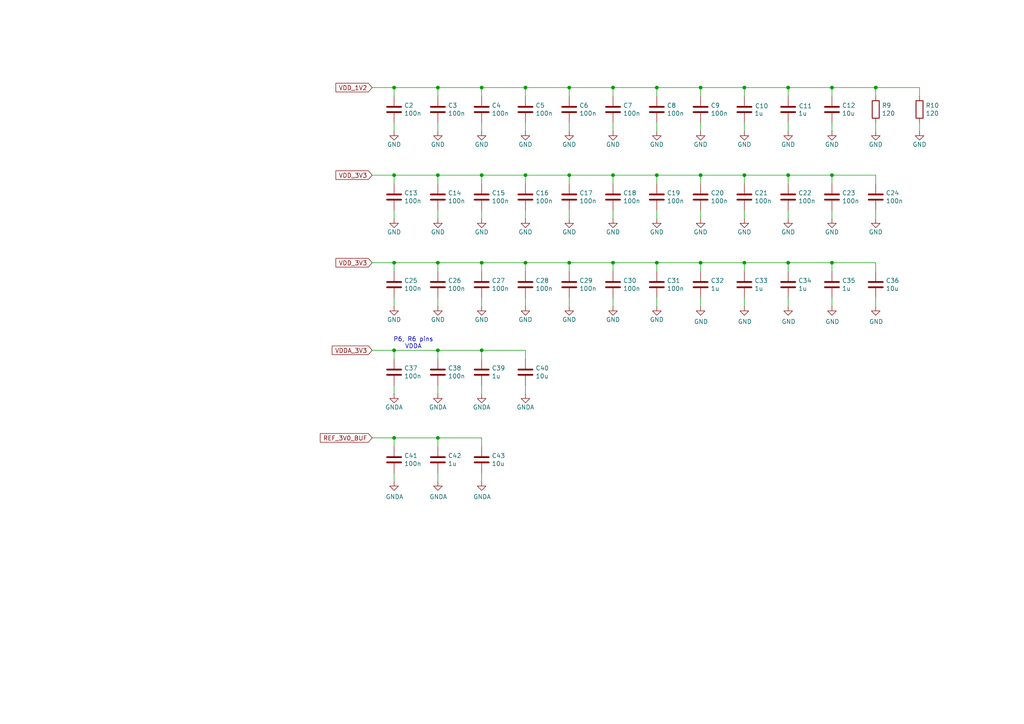
<source format=kicad_sch>
(kicad_sch (version 20231120) (generator "eeschema") (generator_version "8.0")
  (paper "A4")
  (title_block (title "Open MOtor DRiver Initiative  - Single Axis (OMODRI_SA)") (date "2024-03-20") (rev "1.0") (company "LAAS/CNRS"))
  (junction (at 165.1 25.4))
  (junction (at 228.6 50.8))
  (junction (at 228.6 76.2))
  (junction (at 139.7 76.2))
  (junction (at 254 25.4))
  (junction (at 215.9 25.4))
  (junction (at 139.7 50.8))
  (junction (at 114.3 101.6))
  (junction (at 190.5 25.4))
  (junction (at 165.1 50.8))
  (junction (at 241.3 50.8))
  (junction (at 241.3 76.2))
  (junction (at 114.3 127))
  (junction (at 139.7 101.6))
  (junction (at 203.2 76.2))
  (junction (at 114.3 50.8))
  (junction (at 114.3 25.4))
  (junction (at 152.4 25.4))
  (junction (at 241.3 25.4))
  (junction (at 152.4 50.8))
  (junction (at 177.8 50.8))
  (junction (at 203.2 50.8))
  (junction (at 165.1 76.2))
  (junction (at 152.4 76.2))
  (junction (at 215.9 76.2))
  (junction (at 177.8 25.4))
  (junction (at 127 50.8))
  (junction (at 203.2 25.4))
  (junction (at 190.5 50.8))
  (junction (at 190.5 76.2))
  (junction (at 114.3 76.2))
  (junction (at 215.9 50.8))
  (junction (at 127 76.2))
  (junction (at 127 25.4))
  (junction (at 139.7 25.4))
  (junction (at 177.8 76.2))
  (junction (at 127 127))
  (junction (at 228.6 25.4))
  (junction (at 127 101.6))
  (wire (pts (xy 215.9 25.4) (xy 215.9 27.94)))
  (wire (pts (xy 228.6 25.4) (xy 241.3 25.4)))
  (wire (pts (xy 127 104.14) (xy 127 101.6)))
  (wire (pts (xy 165.1 25.4) (xy 177.8 25.4)))
  (wire (pts (xy 177.8 63.5) (xy 177.8 60.96)))
  (wire (pts (xy 241.3 35.56) (xy 241.3 38.1)))
  (wire (pts (xy 215.9 63.5) (xy 215.9 60.96)))
  (wire (pts (xy 241.3 63.5) (xy 241.3 60.96)))
  (wire (pts (xy 139.7 76.2) (xy 139.7 78.74)))
  (wire (pts (xy 203.2 25.4) (xy 203.2 27.94)))
  (wire (pts (xy 228.6 76.2) (xy 228.6 78.74)))
  (wire (pts (xy 127 137.16) (xy 127 139.7)))
  (wire (pts (xy 114.3 104.14) (xy 114.3 101.6)))
  (wire (pts (xy 241.3 50.8) (xy 241.3 53.34)))
  (wire (pts (xy 254 27.94) (xy 254 25.4)))
  (wire (pts (xy 139.7 88.9) (xy 139.7 86.36)))
  (wire (pts (xy 152.4 88.9) (xy 152.4 86.36)))
  (wire (pts (xy 152.4 63.5) (xy 152.4 60.96)))
  (wire (pts (xy 139.7 101.6) (xy 152.4 101.6)))
  (wire (pts (xy 203.2 50.8) (xy 215.9 50.8)))
  (wire (pts (xy 165.1 76.2) (xy 165.1 78.74)))
  (wire (pts (xy 190.5 25.4) (xy 190.5 27.94)))
  (wire (pts (xy 165.1 25.4) (xy 165.1 27.94)))
  (wire (pts (xy 215.9 76.2) (xy 215.9 78.74)))
  (wire (pts (xy 254 63.5) (xy 254 60.96)))
  (wire (pts (xy 203.2 86.36) (xy 203.2 88.9)))
  (wire (pts (xy 114.3 76.2) (xy 114.3 78.74)))
  (wire (pts (xy 177.8 27.94) (xy 177.8 25.4)))
  (wire (pts (xy 139.7 111.76) (xy 139.7 114.3)))
  (wire (pts (xy 190.5 63.5) (xy 190.5 60.96)))
  (wire (pts (xy 228.6 86.36) (xy 228.6 88.9)))
  (wire (pts (xy 127 76.2) (xy 139.7 76.2)))
  (wire (pts (xy 241.3 76.2) (xy 254 76.2)))
  (wire (pts (xy 114.3 88.9) (xy 114.3 86.36)))
  (wire (pts (xy 165.1 50.8) (xy 177.8 50.8)))
  (wire (pts (xy 215.9 50.8) (xy 228.6 50.8)))
  (wire (pts (xy 203.2 63.5) (xy 203.2 60.96)))
  (wire (pts (xy 190.5 76.2) (xy 190.5 78.74)))
  (wire (pts (xy 114.3 25.4) (xy 107.95 25.4)))
  (wire (pts (xy 215.9 86.36) (xy 215.9 88.9)))
  (wire (pts (xy 127 127) (xy 127 129.54)))
  (wire (pts (xy 165.1 88.9) (xy 165.1 86.36)))
  (wire (pts (xy 139.7 50.8) (xy 152.4 50.8)))
  (wire (pts (xy 241.3 27.94) (xy 241.3 25.4)))
  (wire (pts (xy 127 127) (xy 139.7 127)))
  (wire (pts (xy 127 63.5) (xy 127 60.96)))
  (wire (pts (xy 190.5 25.4) (xy 203.2 25.4)))
  (wire (pts (xy 228.6 50.8) (xy 228.6 53.34)))
  (wire (pts (xy 127 88.9) (xy 127 86.36)))
  (wire (pts (xy 228.6 50.8) (xy 241.3 50.8)))
  (wire (pts (xy 215.9 76.2) (xy 228.6 76.2)))
  (wire (pts (xy 254 86.36) (xy 254 88.9)))
  (wire (pts (xy 241.3 25.4) (xy 254 25.4)))
  (wire (pts (xy 127 101.6) (xy 139.7 101.6)))
  (wire (pts (xy 215.9 25.4) (xy 228.6 25.4)))
  (wire (pts (xy 114.3 127) (xy 127 127)))
  (wire (pts (xy 152.4 38.1) (xy 152.4 35.56)))
  (wire (pts (xy 114.3 127) (xy 114.3 129.54)))
  (wire (pts (xy 139.7 76.2) (xy 152.4 76.2)))
  (wire (pts (xy 114.3 27.94) (xy 114.3 25.4)))
  (wire (pts (xy 127 38.1) (xy 127 35.56)))
  (wire (pts (xy 165.1 76.2) (xy 177.8 76.2)))
  (wire (pts (xy 139.7 63.5) (xy 139.7 60.96)))
  (wire (pts (xy 177.8 76.2) (xy 177.8 78.74)))
  (wire (pts (xy 241.3 86.36) (xy 241.3 88.9)))
  (wire (pts (xy 165.1 63.5) (xy 165.1 60.96)))
  (wire (pts (xy 203.2 76.2) (xy 215.9 76.2)))
  (wire (pts (xy 241.3 50.8) (xy 254 50.8)))
  (wire (pts (xy 228.6 35.56) (xy 228.6 38.1)))
  (wire (pts (xy 215.9 35.56) (xy 215.9 38.1)))
  (wire (pts (xy 177.8 38.1) (xy 177.8 35.56)))
  (wire (pts (xy 190.5 38.1) (xy 190.5 35.56)))
  (wire (pts (xy 254 76.2) (xy 254 78.74)))
  (wire (pts (xy 127 76.2) (xy 127 78.74)))
  (wire (pts (xy 190.5 50.8) (xy 190.5 53.34)))
  (wire (pts (xy 228.6 25.4) (xy 228.6 27.94)))
  (wire (pts (xy 139.7 25.4) (xy 139.7 27.94)))
  (wire (pts (xy 127 50.8) (xy 127 53.34)))
  (wire (pts (xy 177.8 76.2) (xy 190.5 76.2)))
  (wire (pts (xy 254 38.1) (xy 254 35.56)))
  (wire (pts (xy 114.3 53.34) (xy 114.3 50.8)))
  (wire (pts (xy 203.2 53.34) (xy 203.2 50.8)))
  (wire (pts (xy 107.95 101.6) (xy 114.3 101.6)))
  (wire (pts (xy 127 50.8) (xy 139.7 50.8)))
  (wire (pts (xy 114.3 101.6) (xy 127 101.6)))
  (wire (pts (xy 114.3 137.16) (xy 114.3 139.7)))
  (wire (pts (xy 107.95 76.2) (xy 114.3 76.2)))
  (wire (pts (xy 215.9 50.8) (xy 215.9 53.34)))
  (wire (pts (xy 266.7 25.4) (xy 254 25.4)))
  (wire (pts (xy 203.2 38.1) (xy 203.2 35.56)))
  (wire (pts (xy 177.8 88.9) (xy 177.8 86.36)))
  (wire (pts (xy 152.4 25.4) (xy 165.1 25.4)))
  (wire (pts (xy 228.6 76.2) (xy 241.3 76.2)))
  (wire (pts (xy 139.7 25.4) (xy 152.4 25.4)))
  (wire (pts (xy 190.5 88.9) (xy 190.5 86.36)))
  (wire (pts (xy 127 25.4) (xy 127 27.94)))
  (wire (pts (xy 107.95 127) (xy 114.3 127)))
  (wire (pts (xy 139.7 38.1) (xy 139.7 35.56)))
  (wire (pts (xy 139.7 101.6) (xy 139.7 104.14)))
  (wire (pts (xy 152.4 76.2) (xy 165.1 76.2)))
  (wire (pts (xy 266.7 27.94) (xy 266.7 25.4)))
  (wire (pts (xy 114.3 50.8) (xy 107.95 50.8)))
  (wire (pts (xy 190.5 50.8) (xy 203.2 50.8)))
  (wire (pts (xy 114.3 50.8) (xy 127 50.8)))
  (wire (pts (xy 114.3 76.2) (xy 127 76.2)))
  (wire (pts (xy 114.3 38.1) (xy 114.3 35.56)))
  (wire (pts (xy 114.3 63.5) (xy 114.3 60.96)))
  (wire (pts (xy 152.4 50.8) (xy 152.4 53.34)))
  (wire (pts (xy 127 25.4) (xy 139.7 25.4)))
  (wire (pts (xy 190.5 76.2) (xy 203.2 76.2)))
  (wire (pts (xy 241.3 76.2) (xy 241.3 78.74)))
  (wire (pts (xy 152.4 25.4) (xy 152.4 27.94)))
  (wire (pts (xy 139.7 137.16) (xy 139.7 139.7)))
  (wire (pts (xy 127 114.3) (xy 127 111.76)))
  (wire (pts (xy 152.4 76.2) (xy 152.4 78.74)))
  (wire (pts (xy 165.1 38.1) (xy 165.1 35.56)))
  (wire (pts (xy 266.7 38.1) (xy 266.7 35.56)))
  (wire (pts (xy 152.4 50.8) (xy 165.1 50.8)))
  (wire (pts (xy 114.3 114.3) (xy 114.3 111.76)))
  (wire (pts (xy 177.8 25.4) (xy 190.5 25.4)))
  (wire (pts (xy 139.7 127) (xy 139.7 129.54)))
  (wire (pts (xy 152.4 101.6) (xy 152.4 104.14)))
  (wire (pts (xy 165.1 50.8) (xy 165.1 53.34)))
  (wire (pts (xy 254 50.8) (xy 254 53.34)))
  (wire (pts (xy 152.4 111.76) (xy 152.4 114.3)))
  (wire (pts (xy 203.2 76.2) (xy 203.2 78.74)))
  (wire (pts (xy 177.8 50.8) (xy 177.8 53.34)))
  (wire (pts (xy 177.8 50.8) (xy 190.5 50.8)))
  (wire (pts (xy 139.7 50.8) (xy 139.7 53.34)))
  (wire (pts (xy 203.2 25.4) (xy 215.9 25.4)))
  (wire (pts (xy 228.6 63.5) (xy 228.6 60.96)))
  (wire (pts (xy 114.3 25.4) (xy 127 25.4)))
  (text "P6, R6 pins\nVDDA" (at 119.888 99.568 0) (effects (font (size 1.27 1.27))))
  (global_label "VDD_3V3" (shape input) (at 107.95 76.2 180) (property "Intersheetrefs" "${INTERSHEET_REFS}" (effects (hide yes))) (property "Références Inter-Feuilles" "${INTERSHEET_REFS}" (effects (hide yes))))
  (global_label "VDD_1V2" (shape input) (at 107.95 25.4 180) (property "Intersheetrefs" "${INTERSHEET_REFS}" (effects (hide yes))) (property "Références Inter-Feuilles" "${INTERSHEET_REFS}" (effects (hide yes))))
  (global_label "REF_3V0_BUF" (shape input) (at 107.95 127 180) (property "Intersheetrefs" "${INTERSHEET_REFS}" (effects (hide yes))) (property "Références Inter-Feuilles" "${INTERSHEET_REFS}" (effects (hide yes))))
  (global_label "VDD_3V3" (shape input) (at 107.95 50.8 180) (property "Intersheetrefs" "${INTERSHEET_REFS}" (effects (hide yes))) (property "Références Inter-Feuilles" "${INTERSHEET_REFS}" (effects (hide yes))))
  (global_label "VDDA_3V3" (shape input) (at 107.95 101.6 180) (property "Intersheetrefs" "${INTERSHEET_REFS}" (effects (hide yes))) (property "Références Inter-Feuilles" "${INTERSHEET_REFS}" (effects (hide yes))))
  (symbol (lib_id "Device:R") (at 254 31.75 0) (unit 1)
    (property "Reference" "R9" (at 255.778 30.5816 0) (effects (justify left)))
    (property "Value" "120" (at 255.778 32.893 0) (effects (justify left)))
    (property "Footprint" "Resistor_SMD:R_0201_0603Metric" (effects (hide yes)))
    (property "Datasheet" "https://industrial.panasonic.com/sa/products/pt/general-purpose-chip-resistors/models/ERJ1GNF1200C" (effects (hide yes)))
    (property "Description" "0201,120Ω, 0.05W, ±1%, SMD  resistor" (effects (hide yes)))
    (property "DigiKey" "P122692CT-ND" (effects (hide yes)))
    (property "Farnell" "2396857" (effects (hide yes)))
    (property "Mouser" "667-ERJ-1GNF1200C" (effects (hide yes)))
    (property "Part No" "ERJ1GNF1200C" (effects (hide yes)))
    (property "LCSC" "C278569" (effects (hide yes)))
    (property "Manufacturer" "PANASONIC" (effects (hide yes)))
    (property "Assembling" "SMD" (effects (hide yes)))
  )
  (symbol (lib_id "Device:C") (at 177.8 31.75 0) (unit 1)
    (property "Reference" "C7" (at 180.721 30.5816 0) (effects (justify left)))
    (property "Value" "100n" (at 180.721 32.893 0) (effects (justify left)))
    (property "Footprint" "Capacitor_SMD:C_0201_0603Metric" (effects (hide yes)))
    (property "Datasheet" "https://www.murata.com/en-eu/products/productdetail?partno=GRM033R61E104KE14%23" (effects (hide yes)))
    (property "Description" "0201, 100nf, 25V,  ±10%, X5R, SMD MLCC" (effects (hide yes)))
    (property "Part No" "GRM033R61E104KE14D" (effects (hide yes)))
    (property "Farnell" "2990693" (effects (hide yes)))
    (property "RS" "185-2066" (effects (hide yes)))
    (property "Mouser" "81-GRM033R61E104KE4D" (effects (hide yes)))
    (property "DigiKey" "490-12686-1-ND" (effects (hide yes)))
    (property "LCSC" "C76939" (effects (hide yes)))
    (property "Manufacturer" "MURATA" (effects (hide yes)))
    (property "Assembling" "SMD" (effects (hide yes)))
  )
  (symbol (lib_id "Device:C") (at 190.5 31.75 0) (unit 1)
    (property "Reference" "C8" (at 193.421 30.5816 0) (effects (justify left)))
    (property "Value" "100n" (at 193.421 32.893 0) (effects (justify left)))
    (property "Footprint" "Capacitor_SMD:C_0201_0603Metric" (effects (hide yes)))
    (property "Datasheet" "https://www.murata.com/en-eu/products/productdetail?partno=GRM033R61E104KE14%23" (effects (hide yes)))
    (property "Description" "0201, 100nf, 25V,  ±10%, X5R, SMD MLCC" (effects (hide yes)))
    (property "Part No" "GRM033R61E104KE14D" (effects (hide yes)))
    (property "Farnell" "2990693" (effects (hide yes)))
    (property "RS" "185-2066" (effects (hide yes)))
    (property "Mouser" "81-GRM033R61E104KE4D" (effects (hide yes)))
    (property "DigiKey" "490-12686-1-ND" (effects (hide yes)))
    (property "LCSC" "C76939" (effects (hide yes)))
    (property "Manufacturer" "MURATA" (effects (hide yes)))
    (property "Assembling" "SMD" (effects (hide yes)))
  )
  (symbol (lib_id "Device:C") (at 114.3 57.15 0) (unit 1)
    (property "Reference" "C13" (at 117.221 55.9816 0) (effects (justify left)))
    (property "Value" "100n" (at 117.221 58.293 0) (effects (justify left)))
    (property "Footprint" "Capacitor_SMD:C_0201_0603Metric" (effects (hide yes)))
    (property "Datasheet" "https://www.murata.com/en-eu/products/productdetail?partno=GRM033R61E104KE14%23" (effects (hide yes)))
    (property "Description" "0201, 100nf, 25V,  ±10%, X5R, SMD MLCC" (effects (hide yes)))
    (property "Part No" "GRM033R61E104KE14D" (effects (hide yes)))
    (property "Farnell" "2990693" (effects (hide yes)))
    (property "RS" "185-2066" (effects (hide yes)))
    (property "Mouser" "81-GRM033R61E104KE4D" (effects (hide yes)))
    (property "DigiKey" "490-12686-1-ND" (effects (hide yes)))
    (property "LCSC" "C76939" (effects (hide yes)))
    (property "Manufacturer" "MURATA" (effects (hide yes)))
    (property "Assembling" "SMD" (effects (hide yes)))
  )
  (symbol (lib_id "Device:C") (at 127 57.15 0) (unit 1)
    (property "Reference" "C14" (at 129.921 55.9816 0) (effects (justify left)))
    (property "Value" "100n" (at 129.921 58.293 0) (effects (justify left)))
    (property "Footprint" "Capacitor_SMD:C_0201_0603Metric" (effects (hide yes)))
    (property "Datasheet" "https://www.murata.com/en-eu/products/productdetail?partno=GRM033R61E104KE14%23" (effects (hide yes)))
    (property "Description" "0201, 100nf, 25V,  ±10%, X5R, SMD MLCC" (effects (hide yes)))
    (property "Part No" "GRM033R61E104KE14D" (effects (hide yes)))
    (property "Farnell" "2990693" (effects (hide yes)))
    (property "RS" "185-2066" (effects (hide yes)))
    (property "Mouser" "81-GRM033R61E104KE4D" (effects (hide yes)))
    (property "DigiKey" "490-12686-1-ND" (effects (hide yes)))
    (property "LCSC" "C76939" (effects (hide yes)))
    (property "Manufacturer" "MURATA" (effects (hide yes)))
    (property "Assembling" "SMD" (effects (hide yes)))
  )
  (symbol (lib_id "Device:C") (at 139.7 57.15 0) (unit 1)
    (property "Reference" "C15" (at 142.621 55.9816 0) (effects (justify left)))
    (property "Value" "100n" (at 142.621 58.293 0) (effects (justify left)))
    (property "Footprint" "Capacitor_SMD:C_0201_0603Metric" (effects (hide yes)))
    (property "Datasheet" "https://www.murata.com/en-eu/products/productdetail?partno=GRM033R61E104KE14%23" (effects (hide yes)))
    (property "Description" "0201, 100nf, 25V,  ±10%, X5R, SMD MLCC" (effects (hide yes)))
    (property "Part No" "GRM033R61E104KE14D" (effects (hide yes)))
    (property "Farnell" "2990693" (effects (hide yes)))
    (property "RS" "185-2066" (effects (hide yes)))
    (property "Mouser" "81-GRM033R61E104KE4D" (effects (hide yes)))
    (property "DigiKey" "490-12686-1-ND" (effects (hide yes)))
    (property "LCSC" "C76939" (effects (hide yes)))
    (property "Manufacturer" "MURATA" (effects (hide yes)))
    (property "Assembling" "SMD" (effects (hide yes)))
  )
  (symbol (lib_id "Device:C") (at 152.4 57.15 0) (unit 1)
    (property "Reference" "C16" (at 155.321 55.9816 0) (effects (justify left)))
    (property "Value" "100n" (at 155.321 58.293 0) (effects (justify left)))
    (property "Footprint" "Capacitor_SMD:C_0201_0603Metric" (effects (hide yes)))
    (property "Datasheet" "https://www.murata.com/en-eu/products/productdetail?partno=GRM033R61E104KE14%23" (effects (hide yes)))
    (property "Description" "0201, 100nf, 25V,  ±10%, X5R, SMD MLCC" (effects (hide yes)))
    (property "Part No" "GRM033R61E104KE14D" (effects (hide yes)))
    (property "Farnell" "2990693" (effects (hide yes)))
    (property "RS" "185-2066" (effects (hide yes)))
    (property "Mouser" "81-GRM033R61E104KE4D" (effects (hide yes)))
    (property "DigiKey" "490-12686-1-ND" (effects (hide yes)))
    (property "LCSC" "C76939" (effects (hide yes)))
    (property "Manufacturer" "MURATA" (effects (hide yes)))
    (property "Assembling" "SMD" (effects (hide yes)))
  )
  (symbol (lib_id "Device:C") (at 165.1 57.15 0) (unit 1)
    (property "Reference" "C17" (at 168.021 55.9816 0) (effects (justify left)))
    (property "Value" "100n" (at 168.021 58.293 0) (effects (justify left)))
    (property "Footprint" "Capacitor_SMD:C_0201_0603Metric" (effects (hide yes)))
    (property "Datasheet" "https://www.murata.com/en-eu/products/productdetail?partno=GRM033R61E104KE14%23" (effects (hide yes)))
    (property "Description" "0201, 100nf, 25V,  ±10%, X5R, SMD MLCC" (effects (hide yes)))
    (property "Part No" "GRM033R61E104KE14D" (effects (hide yes)))
    (property "Farnell" "2990693" (effects (hide yes)))
    (property "RS" "185-2066" (effects (hide yes)))
    (property "Mouser" "81-GRM033R61E104KE4D" (effects (hide yes)))
    (property "DigiKey" "490-12686-1-ND" (effects (hide yes)))
    (property "LCSC" "C76939" (effects (hide yes)))
    (property "Manufacturer" "MURATA" (effects (hide yes)))
    (property "Assembling" "SMD" (effects (hide yes)))
  )
  (symbol (lib_id "Device:C") (at 177.8 57.15 0) (unit 1)
    (property "Reference" "C18" (at 180.721 55.9816 0) (effects (justify left)))
    (property "Value" "100n" (at 180.721 58.293 0) (effects (justify left)))
    (property "Footprint" "Capacitor_SMD:C_0201_0603Metric" (effects (hide yes)))
    (property "Datasheet" "https://www.murata.com/en-eu/products/productdetail?partno=GRM033R61E104KE14%23" (effects (hide yes)))
    (property "Description" "0201, 100nf, 25V,  ±10%, X5R, SMD MLCC" (effects (hide yes)))
    (property "Part No" "GRM033R61E104KE14D" (effects (hide yes)))
    (property "Farnell" "2990693" (effects (hide yes)))
    (property "RS" "185-2066" (effects (hide yes)))
    (property "Mouser" "81-GRM033R61E104KE4D" (effects (hide yes)))
    (property "DigiKey" "490-12686-1-ND" (effects (hide yes)))
    (property "LCSC" "C76939" (effects (hide yes)))
    (property "Manufacturer" "MURATA" (effects (hide yes)))
    (property "Assembling" "SMD" (effects (hide yes)))
  )
  (symbol (lib_id "Device:C") (at 190.5 57.15 0) (unit 1)
    (property "Reference" "C19" (at 193.421 55.9816 0) (effects (justify left)))
    (property "Value" "100n" (at 193.421 58.293 0) (effects (justify left)))
    (property "Footprint" "Capacitor_SMD:C_0201_0603Metric" (effects (hide yes)))
    (property "Datasheet" "https://www.murata.com/en-eu/products/productdetail?partno=GRM033R61E104KE14%23" (effects (hide yes)))
    (property "Description" "0201, 100nf, 25V,  ±10%, X5R, SMD MLCC" (effects (hide yes)))
    (property "Part No" "GRM033R61E104KE14D" (effects (hide yes)))
    (property "Farnell" "2990693" (effects (hide yes)))
    (property "RS" "185-2066" (effects (hide yes)))
    (property "Mouser" "81-GRM033R61E104KE4D" (effects (hide yes)))
    (property "DigiKey" "490-12686-1-ND" (effects (hide yes)))
    (property "LCSC" "C76939" (effects (hide yes)))
    (property "Manufacturer" "MURATA" (effects (hide yes)))
    (property "Assembling" "SMD" (effects (hide yes)))
  )
  (symbol (lib_id "Device:C") (at 203.2 57.15 0) (unit 1)
    (property "Reference" "C20" (at 206.121 55.9816 0) (effects (justify left)))
    (property "Value" "100n" (at 206.121 58.293 0) (effects (justify left)))
    (property "Footprint" "Capacitor_SMD:C_0201_0603Metric" (effects (hide yes)))
    (property "Datasheet" "https://www.murata.com/en-eu/products/productdetail?partno=GRM033R61E104KE14%23" (effects (hide yes)))
    (property "Description" "0201, 100nf, 25V,  ±10%, X5R, SMD MLCC" (effects (hide yes)))
    (property "Part No" "GRM033R61E104KE14D" (effects (hide yes)))
    (property "Farnell" "2990693" (effects (hide yes)))
    (property "RS" "185-2066" (effects (hide yes)))
    (property "Mouser" "81-GRM033R61E104KE4D" (effects (hide yes)))
    (property "DigiKey" "490-12686-1-ND" (effects (hide yes)))
    (property "LCSC" "C76939" (effects (hide yes)))
    (property "Manufacturer" "MURATA" (effects (hide yes)))
    (property "Assembling" "SMD" (effects (hide yes)))
  )
  (symbol (lib_id "Device:C") (at 165.1 82.55 0) (unit 1)
    (property "Reference" "C29" (at 168.021 81.3816 0) (effects (justify left)))
    (property "Value" "100n" (at 168.021 83.693 0) (effects (justify left)))
    (property "Footprint" "Capacitor_SMD:C_0201_0603Metric" (effects (hide yes)))
    (property "Datasheet" "https://www.murata.com/en-eu/products/productdetail?partno=GRM033R61E104KE14%23" (effects (hide yes)))
    (property "Description" "0201, 100nf, 25V,  ±10%, X5R, SMD MLCC" (effects (hide yes)))
    (property "Part No" "GRM033R61E104KE14D" (effects (hide yes)))
    (property "Farnell" "2990693" (effects (hide yes)))
    (property "RS" "185-2066" (effects (hide yes)))
    (property "Mouser" "81-GRM033R61E104KE4D" (effects (hide yes)))
    (property "DigiKey" "490-12686-1-ND" (effects (hide yes)))
    (property "LCSC" "C76939" (effects (hide yes)))
    (property "Manufacturer" "MURATA" (effects (hide yes)))
    (property "Assembling" "SMD" (effects (hide yes)))
  )
  (symbol (lib_id "Device:C") (at 177.8 82.55 0) (unit 1)
    (property "Reference" "C30" (at 180.721 81.3816 0) (effects (justify left)))
    (property "Value" "100n" (at 180.721 83.693 0) (effects (justify left)))
    (property "Footprint" "Capacitor_SMD:C_0201_0603Metric" (effects (hide yes)))
    (property "Datasheet" "https://www.murata.com/en-eu/products/productdetail?partno=GRM033R61E104KE14%23" (effects (hide yes)))
    (property "Description" "0201, 100nf, 25V,  ±10%, X5R, SMD MLCC" (effects (hide yes)))
    (property "Part No" "GRM033R61E104KE14D" (effects (hide yes)))
    (property "Farnell" "2990693" (effects (hide yes)))
    (property "RS" "185-2066" (effects (hide yes)))
    (property "Mouser" "81-GRM033R61E104KE4D" (effects (hide yes)))
    (property "DigiKey" "490-12686-1-ND" (effects (hide yes)))
    (property "LCSC" "C76939" (effects (hide yes)))
    (property "Manufacturer" "MURATA" (effects (hide yes)))
    (property "Assembling" "SMD" (effects (hide yes)))
  )
  (symbol (lib_id "Device:C") (at 190.5 82.55 0) (unit 1)
    (property "Reference" "C31" (at 193.421 81.3816 0) (effects (justify left)))
    (property "Value" "100n" (at 193.421 83.693 0) (effects (justify left)))
    (property "Footprint" "Capacitor_SMD:C_0201_0603Metric" (effects (hide yes)))
    (property "Datasheet" "https://www.murata.com/en-eu/products/productdetail?partno=GRM033R61E104KE14%23" (effects (hide yes)))
    (property "Description" "0201, 100nf, 25V,  ±10%, X5R, SMD MLCC" (effects (hide yes)))
    (property "Part No" "GRM033R61E104KE14D" (effects (hide yes)))
    (property "Farnell" "2990693" (effects (hide yes)))
    (property "RS" "185-2066" (effects (hide yes)))
    (property "Mouser" "81-GRM033R61E104KE4D" (effects (hide yes)))
    (property "DigiKey" "490-12686-1-ND" (effects (hide yes)))
    (property "LCSC" "C76939" (effects (hide yes)))
    (property "Manufacturer" "MURATA" (effects (hide yes)))
    (property "Assembling" "SMD" (effects (hide yes)))
  )
  (symbol (lib_id "Device:C") (at 127 82.55 0) (unit 1)
    (property "Reference" "C26" (at 129.921 81.3816 0) (effects (justify left)))
    (property "Value" "100n" (at 129.921 83.693 0) (effects (justify left)))
    (property "Footprint" "Capacitor_SMD:C_0201_0603Metric" (effects (hide yes)))
    (property "Datasheet" "https://www.murata.com/en-eu/products/productdetail?partno=GRM033R61E104KE14%23" (effects (hide yes)))
    (property "Description" "0201, 100nf, 25V,  ±10%, X5R, SMD MLCC" (effects (hide yes)))
    (property "Part No" "GRM033R61E104KE14D" (effects (hide yes)))
    (property "Farnell" "2990693" (effects (hide yes)))
    (property "RS" "185-2066" (effects (hide yes)))
    (property "Mouser" "81-GRM033R61E104KE4D" (effects (hide yes)))
    (property "DigiKey" "490-12686-1-ND" (effects (hide yes)))
    (property "LCSC" "C76939" (effects (hide yes)))
    (property "Manufacturer" "MURATA" (effects (hide yes)))
    (property "Assembling" "SMD" (effects (hide yes)))
  )
  (symbol (lib_id "Device:C") (at 114.3 31.75 0) (unit 1)
    (property "Reference" "C2" (at 117.221 30.5816 0) (effects (justify left)))
    (property "Value" "100n" (at 117.221 32.893 0) (effects (justify left)))
    (property "Footprint" "Capacitor_SMD:C_0201_0603Metric" (effects (hide yes)))
    (property "Datasheet" "https://www.murata.com/en-eu/products/productdetail?partno=GRM033R61E104KE14%23" (effects (hide yes)))
    (property "Description" "0201, 100nf, 25V,  ±10%, X5R, SMD MLCC" (effects (hide yes)))
    (property "Part No" "GRM033R61E104KE14D" (effects (hide yes)))
    (property "Farnell" "2990693" (effects (hide yes)))
    (property "RS" "185-2066" (effects (hide yes)))
    (property "Mouser" "81-GRM033R61E104KE4D" (effects (hide yes)))
    (property "DigiKey" "490-12686-1-ND" (effects (hide yes)))
    (property "LCSC" "C76939" (effects (hide yes)))
    (property "Manufacturer" "MURATA" (effects (hide yes)))
    (property "Assembling" "SMD" (effects (hide yes)))
  )
  (symbol (lib_id "Device:C") (at 127 31.75 0) (unit 1)
    (property "Reference" "C3" (at 129.921 30.5816 0) (effects (justify left)))
    (property "Value" "100n" (at 129.921 32.893 0) (effects (justify left)))
    (property "Footprint" "Capacitor_SMD:C_0201_0603Metric" (effects (hide yes)))
    (property "Datasheet" "https://www.murata.com/en-eu/products/productdetail?partno=GRM033R61E104KE14%23" (effects (hide yes)))
    (property "Description" "0201, 100nf, 25V,  ±10%, X5R, SMD MLCC" (effects (hide yes)))
    (property "Part No" "GRM033R61E104KE14D" (effects (hide yes)))
    (property "Farnell" "2990693" (effects (hide yes)))
    (property "RS" "185-2066" (effects (hide yes)))
    (property "Mouser" "81-GRM033R61E104KE4D" (effects (hide yes)))
    (property "DigiKey" "490-12686-1-ND" (effects (hide yes)))
    (property "LCSC" "C76939" (effects (hide yes)))
    (property "Manufacturer" "MURATA" (effects (hide yes)))
    (property "Assembling" "SMD" (effects (hide yes)))
  )
  (symbol (lib_id "Device:C") (at 139.7 31.75 0) (unit 1)
    (property "Reference" "C4" (at 142.621 30.5816 0) (effects (justify left)))
    (property "Value" "100n" (at 142.621 32.893 0) (effects (justify left)))
    (property "Footprint" "Capacitor_SMD:C_0201_0603Metric" (effects (hide yes)))
    (property "Datasheet" "https://www.murata.com/en-eu/products/productdetail?partno=GRM033R61E104KE14%23" (effects (hide yes)))
    (property "Description" "0201, 100nf, 25V,  ±10%, X5R, SMD MLCC" (effects (hide yes)))
    (property "Part No" "GRM033R61E104KE14D" (effects (hide yes)))
    (property "Farnell" "2990693" (effects (hide yes)))
    (property "RS" "185-2066" (effects (hide yes)))
    (property "Mouser" "81-GRM033R61E104KE4D" (effects (hide yes)))
    (property "DigiKey" "490-12686-1-ND" (effects (hide yes)))
    (property "LCSC" "C76939" (effects (hide yes)))
    (property "Manufacturer" "MURATA" (effects (hide yes)))
    (property "Assembling" "SMD" (effects (hide yes)))
  )
  (symbol (lib_id "Device:C") (at 152.4 31.75 0) (unit 1)
    (property "Reference" "C5" (at 155.321 30.5816 0) (effects (justify left)))
    (property "Value" "100n" (at 155.321 32.893 0) (effects (justify left)))
    (property "Footprint" "Capacitor_SMD:C_0201_0603Metric" (effects (hide yes)))
    (property "Datasheet" "https://www.murata.com/en-eu/products/productdetail?partno=GRM033R61E104KE14%23" (effects (hide yes)))
    (property "Description" "0201, 100nf, 25V,  ±10%, X5R, SMD MLCC" (effects (hide yes)))
    (property "Part No" "GRM033R61E104KE14D" (effects (hide yes)))
    (property "Farnell" "2990693" (effects (hide yes)))
    (property "RS" "185-2066" (effects (hide yes)))
    (property "Mouser" "81-GRM033R61E104KE4D" (effects (hide yes)))
    (property "DigiKey" "490-12686-1-ND" (effects (hide yes)))
    (property "LCSC" "C76939" (effects (hide yes)))
    (property "Manufacturer" "MURATA" (effects (hide yes)))
    (property "Assembling" "SMD" (effects (hide yes)))
  )
  (symbol (lib_id "Device:C") (at 165.1 31.75 0) (unit 1)
    (property "Reference" "C6" (at 168.021 30.5816 0) (effects (justify left)))
    (property "Value" "100n" (at 168.021 32.893 0) (effects (justify left)))
    (property "Footprint" "Capacitor_SMD:C_0201_0603Metric" (effects (hide yes)))
    (property "Datasheet" "https://www.murata.com/en-eu/products/productdetail?partno=GRM033R61E104KE14%23" (effects (hide yes)))
    (property "Description" "0201, 100nf, 25V,  ±10%, X5R, SMD MLCC" (effects (hide yes)))
    (property "Part No" "GRM033R61E104KE14D" (effects (hide yes)))
    (property "Farnell" "2990693" (effects (hide yes)))
    (property "RS" "185-2066" (effects (hide yes)))
    (property "Mouser" "81-GRM033R61E104KE4D" (effects (hide yes)))
    (property "DigiKey" "490-12686-1-ND" (effects (hide yes)))
    (property "LCSC" "C76939" (effects (hide yes)))
    (property "Manufacturer" "MURATA" (effects (hide yes)))
    (property "Assembling" "SMD" (effects (hide yes)))
  )
  (symbol (lib_id "Device:C") (at 139.7 82.55 0) (unit 1)
    (property "Reference" "C27" (at 142.621 81.3816 0) (effects (justify left)))
    (property "Value" "100n" (at 142.621 83.693 0) (effects (justify left)))
    (property "Footprint" "Capacitor_SMD:C_0201_0603Metric" (effects (hide yes)))
    (property "Datasheet" "https://www.murata.com/en-eu/products/productdetail?partno=GRM033R61E104KE14%23" (effects (hide yes)))
    (property "Description" "0201, 100nf, 25V,  ±10%, X5R, SMD MLCC" (effects (hide yes)))
    (property "Part No" "GRM033R61E104KE14D" (effects (hide yes)))
    (property "Farnell" "2990693" (effects (hide yes)))
    (property "RS" "185-2066" (effects (hide yes)))
    (property "Mouser" "81-GRM033R61E104KE4D" (effects (hide yes)))
    (property "DigiKey" "490-12686-1-ND" (effects (hide yes)))
    (property "LCSC" "C76939" (effects (hide yes)))
    (property "Manufacturer" "MURATA" (effects (hide yes)))
    (property "Assembling" "SMD" (effects (hide yes)))
  )
  (symbol (lib_id "Device:C") (at 152.4 82.55 0) (unit 1)
    (property "Reference" "C28" (at 155.321 81.3816 0) (effects (justify left)))
    (property "Value" "100n" (at 155.321 83.693 0) (effects (justify left)))
    (property "Footprint" "Capacitor_SMD:C_0201_0603Metric" (effects (hide yes)))
    (property "Datasheet" "https://www.murata.com/en-eu/products/productdetail?partno=GRM033R61E104KE14%23" (effects (hide yes)))
    (property "Description" "0201, 100nf, 25V,  ±10%, X5R, SMD MLCC" (effects (hide yes)))
    (property "Part No" "GRM033R61E104KE14D" (effects (hide yes)))
    (property "Farnell" "2990693" (effects (hide yes)))
    (property "RS" "185-2066" (effects (hide yes)))
    (property "Mouser" "81-GRM033R61E104KE4D" (effects (hide yes)))
    (property "DigiKey" "490-12686-1-ND" (effects (hide yes)))
    (property "LCSC" "C76939" (effects (hide yes)))
    (property "Manufacturer" "MURATA" (effects (hide yes)))
    (property "Assembling" "SMD" (effects (hide yes)))
  )
  (symbol (lib_id "Device:R") (at 266.7 31.75 0) (unit 1)
    (property "Reference" "R10" (at 268.478 30.5816 0) (effects (justify left)))
    (property "Value" "120" (at 268.478 32.893 0) (effects (justify left)))
    (property "Footprint" "Resistor_SMD:R_0201_0603Metric" (effects (hide yes)))
    (property "Datasheet" "https://industrial.panasonic.com/sa/products/pt/general-purpose-chip-resistors/models/ERJ1GNF1200C" (effects (hide yes)))
    (property "Description" "0201,120Ω, 0.05W, ±1%, SMD  resistor" (effects (hide yes)))
    (property "DigiKey" "P122692CT-ND" (effects (hide yes)))
    (property "Farnell" "2396857" (effects (hide yes)))
    (property "Mouser" "667-ERJ-1GNF1200C" (effects (hide yes)))
    (property "Part No" "ERJ1GNF1200C" (effects (hide yes)))
    (property "LCSC" "C278569" (effects (hide yes)))
    (property "Manufacturer" "PANASONIC" (effects (hide yes)))
    (property "Assembling" "SMD" (effects (hide yes)))
  )
  (symbol (lib_id "Device:C") (at 215.9 31.75 0) (unit 1)
    (property "Reference" "C10" (at 218.948 30.734 0) (effects (justify left)))
    (property "Value" "1u" (at 218.821 32.893 0) (effects (justify left)))
    (property "Footprint" "Capacitor_SMD:C_0201_0603Metric" (effects (hide yes)))
    (property "Datasheet" "https://www.murata.com/en-eu/products/productdetail?partno=GRM033C81A105ME05%23" (effects (hide yes)))
    (property "Description" "0201, 1uf, 10V,  ±20%, X6S, SMD MLCC" (effects (hide yes)))
    (property "DigiKey" "490-13219-1-ND" (effects (hide yes)))
    (property "Farnell" "3243316" (effects (hide yes)))
    (property "Mouser" "81-GRM033C81A105ME5D" (effects (hide yes)))
    (property "Part No" "GRM033C81A105ME05D" (effects (hide yes)))
    (property "LCSC" "C237278" (effects (hide yes)))
    (property "Manufacturer" "MURATA" (effects (hide yes)))
    (property "Assembling" "SMD" (effects (hide yes)))
  )
  (symbol (lib_id "Device:C") (at 228.6 82.55 0) (unit 1)
    (property "Reference" "C34" (at 231.521 81.3816 0) (effects (justify left)))
    (property "Value" "1u" (at 231.521 83.693 0) (effects (justify left)))
    (property "Footprint" "Capacitor_SMD:C_0201_0603Metric" (effects (hide yes)))
    (property "Datasheet" "https://www.murata.com/en-eu/products/productdetail?partno=GRM033C81A105ME05%23" (effects (hide yes)))
    (property "Description" "0201, 1uf, 10V,  ±20%, X6S, SMD MLCC" (effects (hide yes)))
    (property "DigiKey" "490-13219-1-ND" (effects (hide yes)))
    (property "Farnell" "3243316" (effects (hide yes)))
    (property "Mouser" "81-GRM033C81A105ME5D" (effects (hide yes)))
    (property "Part No" "GRM033C81A105ME05D" (effects (hide yes)))
    (property "LCSC" "C237278" (effects (hide yes)))
    (property "Manufacturer" "MURATA" (effects (hide yes)))
    (property "Assembling" "SMD" (effects (hide yes)))
  )
  (symbol (lib_id "power:GND") (at 228.6 63.5 0) (unit 1)
    (property "Reference" "#PWR043" (effects (hide yes)))
    (property "Value" "GND" (at 228.6 67.31 0))
    (property "Description" "Power symbol creates a global label with name \"GND\" , ground" (effects (hide yes)))
  )
  (symbol (lib_id "power:GND") (at 165.1 63.5 0) (unit 1)
    (property "Reference" "#PWR038" (effects (hide yes)))
    (property "Value" "GND" (at 165.1 67.31 0))
    (property "Description" "Power symbol creates a global label with name \"GND\" , ground" (effects (hide yes)))
  )
  (symbol (lib_id "Device:C") (at 241.3 31.75 0) (unit 1)
    (property "Reference" "C12" (at 244.221 30.5816 0) (effects (justify left)))
    (property "Value" "10u" (at 244.221 32.893 0) (effects (justify left)))
    (property "Footprint" "Capacitor_SMD:C_0402_1005Metric" (effects (hide yes)))
    (property "Datasheet" "https://www.murata.com/en-eu/products/productdetail?partno=GRM155R61A106ME11%23" (effects (hide yes)))
    (property "Description" "0402, 10uf, 10V,  ±20%, X5R, SMD MLCC" (effects (hide yes)))
    (property "DigiKey" "490-GRM155R61A106ME11DCT-ND" (effects (hide yes)))
    (property "Farnell" "3785802" (effects (hide yes)))
    (property "Mouser" "81-GRM155R61A106ME1D" (effects (hide yes)))
    (property "Part No" "GRM155R61A106ME11D" (effects (hide yes)))
    (property "RS" "260-8765" (effects (hide yes)))
    (property "LCSC" "C408132" (effects (hide yes)))
    (property "Manufacturer" "MURATA" (effects (hide yes)))
    (property "Assembling" "SMD" (effects (hide yes)))
  )
  (symbol (lib_id "power:GNDA") (at 127 139.7 0) (unit 1)
    (property "Reference" "#PWR063" (effects (hide yes)))
    (property "Value" "GNDA" (at 127.127 144.0942 0))
    (property "Description" "Power symbol creates a global label with name \"GNDA\" , analog ground" (effects (hide yes)))
  )
  (symbol (lib_id "Device:C") (at 241.3 82.55 0) (unit 1)
    (property "Reference" "C35" (at 244.221 81.3816 0) (effects (justify left)))
    (property "Value" "1u" (at 244.221 83.693 0) (effects (justify left)))
    (property "Footprint" "Capacitor_SMD:C_0201_0603Metric" (effects (hide yes)))
    (property "Datasheet" "https://www.murata.com/en-eu/products/productdetail?partno=GRM033C81A105ME05%23" (effects (hide yes)))
    (property "Description" "0201, 1uf, 10V,  ±20%, X6S, SMD MLCC" (effects (hide yes)))
    (property "DigiKey" "490-13219-1-ND" (effects (hide yes)))
    (property "Farnell" "3243316" (effects (hide yes)))
    (property "Mouser" "81-GRM033C81A105ME5D" (effects (hide yes)))
    (property "Part No" "GRM033C81A105ME05D" (effects (hide yes)))
    (property "LCSC" "C237278" (effects (hide yes)))
    (property "Manufacturer" "MURATA" (effects (hide yes)))
    (property "Assembling" "SMD" (effects (hide yes)))
  )
  (symbol (lib_id "power:GNDA") (at 139.7 139.7 0) (unit 1)
    (property "Reference" "#PWR064" (effects (hide yes)))
    (property "Value" "GNDA" (at 139.827 144.0942 0))
    (property "Description" "Power symbol creates a global label with name \"GNDA\" , analog ground" (effects (hide yes)))
  )
  (symbol (lib_id "Device:C") (at 152.4 107.95 0) (unit 1)
    (property "Reference" "C40" (at 155.321 106.7816 0) (effects (justify left)))
    (property "Value" "10u" (at 155.321 109.093 0) (effects (justify left)))
    (property "Footprint" "Capacitor_SMD:C_0402_1005Metric" (effects (hide yes)))
    (property "Datasheet" "https://www.murata.com/en-eu/products/productdetail?partno=GRM155R61A106ME11%23" (effects (hide yes)))
    (property "Description" "0402, 10uf, 10V,  ±20%, X5R, SMD MLCC" (effects (hide yes)))
    (property "DigiKey" "490-GRM155R61A106ME11DCT-ND" (effects (hide yes)))
    (property "Farnell" "3785802" (effects (hide yes)))
    (property "Mouser" "81-GRM155R61A106ME1D" (effects (hide yes)))
    (property "Part No" "GRM155R61A106ME11D" (effects (hide yes)))
    (property "RS" "260-8765" (effects (hide yes)))
    (property "LCSC" "C408132" (effects (hide yes)))
    (property "Manufacturer" "MURATA" (effects (hide yes)))
    (property "Assembling" "SMD" (effects (hide yes)))
  )
  (symbol (lib_id "Device:C") (at 203.2 31.75 0) (unit 1)
    (property "Reference" "C9" (at 206.121 30.5816 0) (effects (justify left)))
    (property "Value" "100n" (at 206.121 32.893 0) (effects (justify left)))
    (property "Footprint" "Capacitor_SMD:C_0201_0603Metric" (effects (hide yes)))
    (property "Datasheet" "https://www.murata.com/en-eu/products/productdetail?partno=GRM033R61E104KE14%23" (effects (hide yes)))
    (property "Description" "0201, 100nf, 25V,  ±10%, X5R, SMD MLCC" (effects (hide yes)))
    (property "Part No" "GRM033R61E104KE14D" (effects (hide yes)))
    (property "Farnell" "2990693" (effects (hide yes)))
    (property "RS" "185-2066" (effects (hide yes)))
    (property "Mouser" "81-GRM033R61E104KE4D" (effects (hide yes)))
    (property "DigiKey" "490-12686-1-ND" (effects (hide yes)))
    (property "LCSC" "C76939" (effects (hide yes)))
    (property "Manufacturer" "MURATA" (effects (hide yes)))
    (property "Assembling" "SMD" (effects (hide yes)))
  )
  (symbol (lib_id "power:GND") (at 215.9 63.5 0) (unit 1)
    (property "Reference" "#PWR042" (effects (hide yes)))
    (property "Value" "GND" (at 215.9 67.31 0))
    (property "Description" "Power symbol creates a global label with name \"GND\" , ground" (effects (hide yes)))
  )
  (symbol (lib_id "power:GND") (at 254 88.9 0) (unit 1)
    (property "Reference" "#PWR057" (effects (hide yes)))
    (property "Value" "GND" (at 254.127 93.2942 0))
    (property "Description" "Power symbol creates a global label with name \"GND\" , ground" (effects (hide yes)))
  )
  (symbol (lib_id "power:GND") (at 203.2 88.9 0) (unit 1)
    (property "Reference" "#PWR053" (effects (hide yes)))
    (property "Value" "GND" (at 203.327 93.2942 0))
    (property "Description" "Power symbol creates a global label with name \"GND\" , ground" (effects (hide yes)))
  )
  (symbol (lib_id "Device:C") (at 114.3 82.55 0) (unit 1)
    (property "Reference" "C25" (at 117.221 81.3816 0) (effects (justify left)))
    (property "Value" "100n" (at 117.221 83.693 0) (effects (justify left)))
    (property "Footprint" "Capacitor_SMD:C_0201_0603Metric" (effects (hide yes)))
    (property "Datasheet" "https://www.murata.com/en-eu/products/productdetail?partno=GRM033R61E104KE14%23" (effects (hide yes)))
    (property "Description" "0201, 100nf, 25V,  ±10%, X5R, SMD MLCC" (effects (hide yes)))
    (property "Part No" "GRM033R61E104KE14D" (effects (hide yes)))
    (property "Farnell" "2990693" (effects (hide yes)))
    (property "RS" "185-2066" (effects (hide yes)))
    (property "Mouser" "81-GRM033R61E104KE4D" (effects (hide yes)))
    (property "DigiKey" "490-12686-1-ND" (effects (hide yes)))
    (property "LCSC" "C76939" (effects (hide yes)))
    (property "Manufacturer" "MURATA" (effects (hide yes)))
    (property "Assembling" "SMD" (effects (hide yes)))
  )
  (symbol (lib_id "Device:C") (at 215.9 82.55 0) (unit 1)
    (property "Reference" "C33" (at 218.821 81.3816 0) (effects (justify left)))
    (property "Value" "1u" (at 218.821 83.693 0) (effects (justify left)))
    (property "Footprint" "Capacitor_SMD:C_0201_0603Metric" (effects (hide yes)))
    (property "Datasheet" "https://www.murata.com/en-eu/products/productdetail?partno=GRM033C81A105ME05%23" (effects (hide yes)))
    (property "Description" "0201, 1uf, 10V,  ±20%, X6S, SMD MLCC" (effects (hide yes)))
    (property "DigiKey" "490-13219-1-ND" (effects (hide yes)))
    (property "Farnell" "3243316" (effects (hide yes)))
    (property "Mouser" "81-GRM033C81A105ME5D" (effects (hide yes)))
    (property "Part No" "GRM033C81A105ME05D" (effects (hide yes)))
    (property "LCSC" "C237278" (effects (hide yes)))
    (property "Manufacturer" "MURATA" (effects (hide yes)))
    (property "Assembling" "SMD" (effects (hide yes)))
  )
  (symbol (lib_id "power:GND") (at 139.7 38.1 0) (unit 1)
    (property "Reference" "#PWR023" (effects (hide yes)))
    (property "Value" "GND" (at 139.7 41.91 0))
    (property "Description" "Power symbol creates a global label with name \"GND\" , ground" (effects (hide yes)))
  )
  (symbol (lib_id "power:GND") (at 165.1 38.1 0) (unit 1)
    (property "Reference" "#PWR025" (effects (hide yes)))
    (property "Value" "GND" (at 165.1 41.91 0))
    (property "Description" "Power symbol creates a global label with name \"GND\" , ground" (effects (hide yes)))
  )
  (symbol (lib_id "power:GND") (at 241.3 63.5 0) (unit 1)
    (property "Reference" "#PWR044" (effects (hide yes)))
    (property "Value" "GND" (at 241.3 67.31 0))
    (property "Description" "Power symbol creates a global label with name \"GND\" , ground" (effects (hide yes)))
  )
  (symbol (lib_id "Device:C") (at 139.7 107.95 0) (unit 1)
    (property "Reference" "C39" (at 142.621 106.7816 0) (effects (justify left)))
    (property "Value" "1u" (at 142.621 109.093 0) (effects (justify left)))
    (property "Footprint" "Capacitor_SMD:C_0201_0603Metric" (effects (hide yes)))
    (property "Datasheet" "https://www.murata.com/en-eu/products/productdetail?partno=GRM033C81A105ME05%23" (effects (hide yes)))
    (property "Description" "0201, 1uf, 10V,  ±20%, X6S, SMD MLCC" (effects (hide yes)))
    (property "DigiKey" "490-13219-1-ND" (effects (hide yes)))
    (property "Farnell" "3243316" (effects (hide yes)))
    (property "Mouser" "81-GRM033C81A105ME5D" (effects (hide yes)))
    (property "Part No" "GRM033C81A105ME05D" (effects (hide yes)))
    (property "LCSC" "C237278" (effects (hide yes)))
    (property "Manufacturer" "MURATA" (effects (hide yes)))
    (property "Assembling" "SMD" (effects (hide yes)))
  )
  (symbol (lib_id "power:GND") (at 139.7 63.5 0) (unit 1)
    (property "Reference" "#PWR036" (effects (hide yes)))
    (property "Value" "GND" (at 139.7 67.31 0))
    (property "Description" "Power symbol creates a global label with name \"GND\" , ground" (effects (hide yes)))
  )
  (symbol (lib_id "Device:C") (at 228.6 57.15 0) (unit 1)
    (property "Reference" "C22" (at 231.521 55.9816 0) (effects (justify left)))
    (property "Value" "100n" (at 231.521 58.293 0) (effects (justify left)))
    (property "Footprint" "Capacitor_SMD:C_0201_0603Metric" (effects (hide yes)))
    (property "Datasheet" "https://www.murata.com/en-eu/products/productdetail?partno=GRM033R61E104KE14%23" (effects (hide yes)))
    (property "Description" "0201, 100nf, 25V,  ±10%, X5R, SMD MLCC" (effects (hide yes)))
    (property "Part No" "GRM033R61E104KE14D" (effects (hide yes)))
    (property "Farnell" "2990693" (effects (hide yes)))
    (property "RS" "185-2066" (effects (hide yes)))
    (property "Mouser" "81-GRM033R61E104KE4D" (effects (hide yes)))
    (property "DigiKey" "490-12686-1-ND" (effects (hide yes)))
    (property "LCSC" "C76939" (effects (hide yes)))
    (property "Manufacturer" "MURATA" (effects (hide yes)))
    (property "Assembling" "SMD" (effects (hide yes)))
  )
  (symbol (lib_id "power:GND") (at 152.4 88.9 0) (unit 1)
    (property "Reference" "#PWR049" (effects (hide yes)))
    (property "Value" "GND" (at 152.4 92.71 0))
    (property "Description" "Power symbol creates a global label with name \"GND\" , ground" (effects (hide yes)))
  )
  (symbol (lib_id "power:GND") (at 254 63.5 0) (unit 1)
    (property "Reference" "#PWR045" (effects (hide yes)))
    (property "Value" "GND" (at 254 67.31 0))
    (property "Description" "Power symbol creates a global label with name \"GND\" , ground" (effects (hide yes)))
  )
  (symbol (lib_id "Device:C") (at 241.3 57.15 0) (unit 1)
    (property "Reference" "C23" (at 244.221 55.9816 0) (effects (justify left)))
    (property "Value" "100n" (at 244.221 58.293 0) (effects (justify left)))
    (property "Footprint" "Capacitor_SMD:C_0201_0603Metric" (effects (hide yes)))
    (property "Datasheet" "https://www.murata.com/en-eu/products/productdetail?partno=GRM033R61E104KE14%23" (effects (hide yes)))
    (property "Description" "0201, 100nf, 25V,  ±10%, X5R, SMD MLCC" (effects (hide yes)))
    (property "Part No" "GRM033R61E104KE14D" (effects (hide yes)))
    (property "Farnell" "2990693" (effects (hide yes)))
    (property "RS" "185-2066" (effects (hide yes)))
    (property "Mouser" "81-GRM033R61E104KE4D" (effects (hide yes)))
    (property "DigiKey" "490-12686-1-ND" (effects (hide yes)))
    (property "LCSC" "C76939" (effects (hide yes)))
    (property "Manufacturer" "MURATA" (effects (hide yes)))
    (property "Assembling" "SMD" (effects (hide yes)))
  )
  (symbol (lib_id "power:GND") (at 241.3 38.1 0) (unit 1)
    (property "Reference" "#PWR031" (effects (hide yes)))
    (property "Value" "GND" (at 241.3 41.91 0))
    (property "Description" "Power symbol creates a global label with name \"GND\" , ground" (effects (hide yes)))
  )
  (symbol (lib_id "Device:C") (at 254 57.15 0) (unit 1)
    (property "Reference" "C24" (at 256.921 55.9816 0) (effects (justify left)))
    (property "Value" "100n" (at 256.921 58.293 0) (effects (justify left)))
    (property "Footprint" "Capacitor_SMD:C_0201_0603Metric" (effects (hide yes)))
    (property "Datasheet" "https://www.murata.com/en-eu/products/productdetail?partno=GRM033R61E104KE14%23" (effects (hide yes)))
    (property "Description" "0201, 100nf, 25V,  ±10%, X5R, SMD MLCC" (effects (hide yes)))
    (property "Part No" "GRM033R61E104KE14D" (effects (hide yes)))
    (property "Farnell" "2990693" (effects (hide yes)))
    (property "RS" "185-2066" (effects (hide yes)))
    (property "Mouser" "81-GRM033R61E104KE4D" (effects (hide yes)))
    (property "DigiKey" "490-12686-1-ND" (effects (hide yes)))
    (property "LCSC" "C76939" (effects (hide yes)))
    (property "Manufacturer" "MURATA" (effects (hide yes)))
    (property "Assembling" "SMD" (effects (hide yes)))
  )
  (symbol (lib_id "power:GND") (at 152.4 38.1 0) (unit 1)
    (property "Reference" "#PWR024" (effects (hide yes)))
    (property "Value" "GND" (at 152.4 41.91 0))
    (property "Description" "Power symbol creates a global label with name \"GND\" , ground" (effects (hide yes)))
  )
  (symbol (lib_id "power:GNDA") (at 114.3 114.3 0) (unit 1)
    (property "Reference" "#PWR058" (effects (hide yes)))
    (property "Value" "GNDA" (at 114.3 118.11 0))
    (property "Description" "Power symbol creates a global label with name \"GNDA\" , analog ground" (effects (hide yes)))
  )
  (symbol (lib_id "power:GND") (at 127 63.5 0) (unit 1)
    (property "Reference" "#PWR035" (effects (hide yes)))
    (property "Value" "GND" (at 127 67.31 0))
    (property "Description" "Power symbol creates a global label with name \"GND\" , ground" (effects (hide yes)))
  )
  (symbol (lib_id "power:GND") (at 266.7 38.1 0) (unit 1)
    (property "Reference" "#PWR033" (effects (hide yes)))
    (property "Value" "GND" (at 266.7 41.91 0))
    (property "Description" "Power symbol creates a global label with name \"GND\" , ground" (effects (hide yes)))
  )
  (symbol (lib_id "power:GND") (at 177.8 38.1 0) (unit 1)
    (property "Reference" "#PWR026" (effects (hide yes)))
    (property "Value" "GND" (at 177.8 41.91 0))
    (property "Description" "Power symbol creates a global label with name \"GND\" , ground" (effects (hide yes)))
  )
  (symbol (lib_id "Device:C") (at 114.3 133.35 0) (unit 1)
    (property "Reference" "C41" (at 117.221 132.1816 0) (effects (justify left)))
    (property "Value" "100n" (at 117.221 134.493 0) (effects (justify left)))
    (property "Footprint" "Capacitor_SMD:C_0201_0603Metric" (effects (hide yes)))
    (property "Datasheet" "https://www.murata.com/en-eu/products/productdetail?partno=GRM033R61E104KE14%23" (effects (hide yes)))
    (property "Description" "0201, 100nf, 25V,  ±10%, X5R, SMD MLCC" (effects (hide yes)))
    (property "DigiKey" "490-12686-1-ND" (effects (hide yes)))
    (property "Farnell" "2990693" (effects (hide yes)))
    (property "Mouser" "81-GRM033R61E104KE4D" (effects (hide yes)))
    (property "Part No" "GRM033R61E104KE14D" (effects (hide yes)))
    (property "RS" "185-2066" (effects (hide yes)))
    (property "LCSC" "C76939" (effects (hide yes)))
    (property "Manufacturer" "MURATA" (effects (hide yes)))
    (property "Assembling" "SMD" (effects (hide yes)))
  )
  (symbol (lib_id "power:GND") (at 190.5 38.1 0) (unit 1)
    (property "Reference" "#PWR027" (effects (hide yes)))
    (property "Value" "GND" (at 190.5 41.91 0))
    (property "Description" "Power symbol creates a global label with name \"GND\" , ground" (effects (hide yes)))
  )
  (symbol (lib_id "power:GND") (at 228.6 88.9 0) (unit 1)
    (property "Reference" "#PWR055" (effects (hide yes)))
    (property "Value" "GND" (at 228.727 93.2942 0))
    (property "Description" "Power symbol creates a global label with name \"GND\" , ground" (effects (hide yes)))
  )
  (symbol (lib_id "Device:C") (at 127 133.35 0) (unit 1)
    (property "Reference" "C42" (at 129.921 132.1816 0) (effects (justify left)))
    (property "Value" "1u" (at 129.921 134.493 0) (effects (justify left)))
    (property "Footprint" "Capacitor_SMD:C_0201_0603Metric" (effects (hide yes)))
    (property "Datasheet" "https://www.murata.com/en-eu/products/productdetail?partno=GRM033C81A105ME05%23" (effects (hide yes)))
    (property "Description" "0201, 1uf, 10V,  ±20%, X6S, SMD MLCC" (effects (hide yes)))
    (property "DigiKey" "490-13219-1-ND" (effects (hide yes)))
    (property "Farnell" "3243316" (effects (hide yes)))
    (property "Mouser" "81-GRM033C81A105ME5D" (effects (hide yes)))
    (property "Part No" "GRM033C81A105ME05D" (effects (hide yes)))
    (property "LCSC" "C237278" (effects (hide yes)))
    (property "Manufacturer" "MURATA" (effects (hide yes)))
    (property "Assembling" "SMD" (effects (hide yes)))
  )
  (symbol (lib_id "power:GND") (at 177.8 63.5 0) (unit 1)
    (property "Reference" "#PWR039" (effects (hide yes)))
    (property "Value" "GND" (at 177.8 67.31 0))
    (property "Description" "Power symbol creates a global label with name \"GND\" , ground" (effects (hide yes)))
  )
  (symbol (lib_id "power:GND") (at 203.2 63.5 0) (unit 1)
    (property "Reference" "#PWR041" (effects (hide yes)))
    (property "Value" "GND" (at 203.2 67.31 0))
    (property "Description" "Power symbol creates a global label with name \"GND\" , ground" (effects (hide yes)))
  )
  (symbol (lib_id "Device:C") (at 228.6 31.75 0) (unit 1)
    (property "Reference" "C11" (at 231.648 30.734 0) (effects (justify left)))
    (property "Value" "1u" (at 231.521 32.893 0) (effects (justify left)))
    (property "Footprint" "Capacitor_SMD:C_0201_0603Metric" (effects (hide yes)))
    (property "Datasheet" "https://www.murata.com/en-eu/products/productdetail?partno=GRM033C81A105ME05%23" (effects (hide yes)))
    (property "Description" "0201, 1uf, 10V,  ±20%, X6S, SMD MLCC" (effects (hide yes)))
    (property "DigiKey" "490-13219-1-ND" (effects (hide yes)))
    (property "Farnell" "3243316" (effects (hide yes)))
    (property "Mouser" "81-GRM033C81A105ME5D" (effects (hide yes)))
    (property "Part No" "GRM033C81A105ME05D" (effects (hide yes)))
    (property "LCSC" "C237278" (effects (hide yes)))
    (property "Manufacturer" "MURATA" (effects (hide yes)))
    (property "Assembling" "SMD" (effects (hide yes)))
  )
  (symbol (lib_id "power:GND") (at 215.9 88.9 0) (unit 1)
    (property "Reference" "#PWR054" (effects (hide yes)))
    (property "Value" "GND" (at 216.027 93.2942 0))
    (property "Description" "Power symbol creates a global label with name \"GND\" , ground" (effects (hide yes)))
  )
  (symbol (lib_id "power:GND") (at 114.3 38.1 0) (unit 1)
    (property "Reference" "#PWR021" (effects (hide yes)))
    (property "Value" "GND" (at 114.3 41.91 0))
    (property "Description" "Power symbol creates a global label with name \"GND\" , ground" (effects (hide yes)))
  )
  (symbol (lib_id "power:GNDA") (at 114.3 139.7 0) (unit 1)
    (property "Reference" "#PWR062" (effects (hide yes)))
    (property "Value" "GNDA" (at 114.427 144.0942 0))
    (property "Description" "Power symbol creates a global label with name \"GNDA\" , analog ground" (effects (hide yes)))
  )
  (symbol (lib_id "power:GND") (at 190.5 63.5 0) (unit 1)
    (property "Reference" "#PWR040" (effects (hide yes)))
    (property "Value" "GND" (at 190.5 67.31 0))
    (property "Description" "Power symbol creates a global label with name \"GND\" , ground" (effects (hide yes)))
  )
  (symbol (lib_id "power:GND") (at 127 88.9 0) (unit 1)
    (property "Reference" "#PWR047" (effects (hide yes)))
    (property "Value" "GND" (at 127 92.71 0))
    (property "Description" "Power symbol creates a global label with name \"GND\" , ground" (effects (hide yes)))
  )
  (symbol (lib_id "Device:C") (at 254 82.55 0) (unit 1)
    (property "Reference" "C36" (at 256.921 81.3816 0) (effects (justify left)))
    (property "Value" "10u" (at 256.921 83.693 0) (effects (justify left)))
    (property "Footprint" "Capacitor_SMD:C_0402_1005Metric" (effects (hide yes)))
    (property "Datasheet" "https://www.murata.com/en-eu/products/productdetail?partno=GRM155R61A106ME11%23" (effects (hide yes)))
    (property "Description" "0402, 10uf, 10V,  ±20%, X5R, SMD MLCC" (effects (hide yes)))
    (property "DigiKey" "490-GRM155R61A106ME11DCT-ND" (effects (hide yes)))
    (property "Farnell" "3785802" (effects (hide yes)))
    (property "Mouser" "81-GRM155R61A106ME1D" (effects (hide yes)))
    (property "Part No" "GRM155R61A106ME11D" (effects (hide yes)))
    (property "RS" "260-8765" (effects (hide yes)))
    (property "LCSC" "C408132" (effects (hide yes)))
    (property "Manufacturer" "MURATA" (effects (hide yes)))
    (property "Assembling" "SMD" (effects (hide yes)))
  )
  (symbol (lib_id "power:GND") (at 114.3 88.9 0) (unit 1)
    (property "Reference" "#PWR046" (effects (hide yes)))
    (property "Value" "GND" (at 114.3 92.71 0))
    (property "Description" "Power symbol creates a global label with name \"GND\" , ground" (effects (hide yes)))
  )
  (symbol (lib_id "power:GND") (at 152.4 63.5 0) (unit 1)
    (property "Reference" "#PWR037" (effects (hide yes)))
    (property "Value" "GND" (at 152.4 67.31 0))
    (property "Description" "Power symbol creates a global label with name \"GND\" , ground" (effects (hide yes)))
  )
  (symbol (lib_id "Device:C") (at 127 107.95 0) (unit 1)
    (property "Reference" "C38" (at 129.921 106.7816 0) (effects (justify left)))
    (property "Value" "100n" (at 129.921 109.093 0) (effects (justify left)))
    (property "Footprint" "Capacitor_SMD:C_0201_0603Metric" (effects (hide yes)))
    (property "Datasheet" "https://www.murata.com/en-eu/products/productdetail?partno=GRM033R61E104KE14%23" (effects (hide yes)))
    (property "Description" "0201, 100nf, 25V,  ±10%, X5R, SMD MLCC" (effects (hide yes)))
    (property "Part No" "GRM033R61E104KE14D" (effects (hide yes)))
    (property "Farnell" "2990693" (effects (hide yes)))
    (property "RS" "185-2066" (effects (hide yes)))
    (property "Mouser" "81-GRM033R61E104KE4D" (effects (hide yes)))
    (property "DigiKey" "490-12686-1-ND" (effects (hide yes)))
    (property "LCSC" "C76939" (effects (hide yes)))
    (property "Manufacturer" "MURATA" (effects (hide yes)))
    (property "Assembling" "SMD" (effects (hide yes)))
  )
  (symbol (lib_id "power:GND") (at 177.8 88.9 0) (unit 1)
    (property "Reference" "#PWR051" (effects (hide yes)))
    (property "Value" "GND" (at 177.8 92.71 0))
    (property "Description" "Power symbol creates a global label with name \"GND\" , ground" (effects (hide yes)))
  )
  (symbol (lib_id "power:GNDA") (at 127 114.3 0) (unit 1)
    (property "Reference" "#PWR059" (effects (hide yes)))
    (property "Value" "GNDA" (at 127 118.11 0))
    (property "Description" "Power symbol creates a global label with name \"GNDA\" , analog ground" (effects (hide yes)))
  )
  (symbol (lib_id "Device:C") (at 215.9 57.15 0) (unit 1)
    (property "Reference" "C21" (at 218.821 55.9816 0) (effects (justify left)))
    (property "Value" "100n" (at 218.821 58.293 0) (effects (justify left)))
    (property "Footprint" "Capacitor_SMD:C_0201_0603Metric" (effects (hide yes)))
    (property "Datasheet" "https://www.murata.com/en-eu/products/productdetail?partno=GRM033R61E104KE14%23" (effects (hide yes)))
    (property "Description" "0201, 100nf, 25V,  ±10%, X5R, SMD MLCC" (effects (hide yes)))
    (property "Part No" "GRM033R61E104KE14D" (effects (hide yes)))
    (property "Farnell" "2990693" (effects (hide yes)))
    (property "RS" "185-2066" (effects (hide yes)))
    (property "Mouser" "81-GRM033R61E104KE4D" (effects (hide yes)))
    (property "DigiKey" "490-12686-1-ND" (effects (hide yes)))
    (property "LCSC" "C76939" (effects (hide yes)))
    (property "Manufacturer" "MURATA" (effects (hide yes)))
    (property "Assembling" "SMD" (effects (hide yes)))
  )
  (symbol (lib_id "power:GND") (at 215.9 38.1 0) (unit 1)
    (property "Reference" "#PWR029" (effects (hide yes)))
    (property "Value" "GND" (at 215.9 41.91 0))
    (property "Description" "Power symbol creates a global label with name \"GND\" , ground" (effects (hide yes)))
  )
  (symbol (lib_id "power:GND") (at 165.1 88.9 0) (unit 1)
    (property "Reference" "#PWR050" (effects (hide yes)))
    (property "Value" "GND" (at 165.1 92.71 0))
    (property "Description" "Power symbol creates a global label with name \"GND\" , ground" (effects (hide yes)))
  )
  (symbol (lib_id "Device:C") (at 114.3 107.95 0) (unit 1)
    (property "Reference" "C37" (at 117.221 106.7816 0) (effects (justify left)))
    (property "Value" "100n" (at 117.221 109.093 0) (effects (justify left)))
    (property "Footprint" "Capacitor_SMD:C_0201_0603Metric" (effects (hide yes)))
    (property "Datasheet" "https://www.murata.com/en-eu/products/productdetail?partno=GRM033R61E104KE14%23" (effects (hide yes)))
    (property "Description" "0201, 100nf, 25V,  ±10%, X5R, SMD MLCC" (effects (hide yes)))
    (property "Part No" "GRM033R61E104KE14D" (effects (hide yes)))
    (property "Farnell" "2990693" (effects (hide yes)))
    (property "RS" "185-2066" (effects (hide yes)))
    (property "Mouser" "81-GRM033R61E104KE4D" (effects (hide yes)))
    (property "DigiKey" "490-12686-1-ND" (effects (hide yes)))
    (property "LCSC" "C76939" (effects (hide yes)))
    (property "Manufacturer" "MURATA" (effects (hide yes)))
    (property "Assembling" "SMD" (effects (hide yes)))
  )
  (symbol (lib_id "power:GNDA") (at 152.4 114.3 0) (unit 1)
    (property "Reference" "#PWR061" (effects (hide yes)))
    (property "Value" "GNDA" (at 152.4 118.11 0))
    (property "Description" "Power symbol creates a global label with name \"GNDA\" , analog ground" (effects (hide yes)))
  )
  (symbol (lib_id "power:GND") (at 127 38.1 0) (unit 1)
    (property "Reference" "#PWR022" (effects (hide yes)))
    (property "Value" "GND" (at 127 41.91 0))
    (property "Description" "Power symbol creates a global label with name \"GND\" , ground" (effects (hide yes)))
  )
  (symbol (lib_id "power:GND") (at 254 38.1 0) (unit 1)
    (property "Reference" "#PWR032" (effects (hide yes)))
    (property "Value" "GND" (at 254 41.91 0))
    (property "Description" "Power symbol creates a global label with name \"GND\" , ground" (effects (hide yes)))
  )
  (symbol (lib_id "power:GND") (at 228.6 38.1 0) (unit 1)
    (property "Reference" "#PWR030" (effects (hide yes)))
    (property "Value" "GND" (at 228.6 41.91 0))
    (property "Description" "Power symbol creates a global label with name \"GND\" , ground" (effects (hide yes)))
  )
  (symbol (lib_id "Device:C") (at 203.2 82.55 0) (unit 1)
    (property "Reference" "C32" (at 206.121 81.3816 0) (effects (justify left)))
    (property "Value" "1u" (at 206.121 83.693 0) (effects (justify left)))
    (property "Footprint" "Capacitor_SMD:C_0201_0603Metric" (effects (hide yes)))
    (property "Datasheet" "https://www.murata.com/en-eu/products/productdetail?partno=GRM033C81A105ME05%23" (effects (hide yes)))
    (property "Description" "0201, 1uf, 10V,  ±20%, X6S, SMD MLCC" (effects (hide yes)))
    (property "DigiKey" "490-13219-1-ND" (effects (hide yes)))
    (property "Farnell" "3243316" (effects (hide yes)))
    (property "Mouser" "81-GRM033C81A105ME5D" (effects (hide yes)))
    (property "Part No" "GRM033C81A105ME05D" (effects (hide yes)))
    (property "LCSC" "C237278" (effects (hide yes)))
    (property "Manufacturer" "MURATA" (effects (hide yes)))
    (property "Assembling" "SMD" (effects (hide yes)))
  )
  (symbol (lib_id "Device:C") (at 139.7 133.35 0) (unit 1)
    (property "Reference" "C43" (at 142.621 132.1816 0) (effects (justify left)))
    (property "Value" "10u" (at 142.621 134.493 0) (effects (justify left)))
    (property "Footprint" "Capacitor_SMD:C_0402_1005Metric" (effects (hide yes)))
    (property "Datasheet" "https://www.murata.com/en-eu/products/productdetail?partno=GRM155R61A106ME11%23" (effects (hide yes)))
    (property "Description" "0402, 10uf, 10V,  ±20%, X5R, SMD MLCC" (effects (hide yes)))
    (property "DigiKey" "490-GRM155R61A106ME11DCT-ND" (effects (hide yes)))
    (property "Farnell" "3785802" (effects (hide yes)))
    (property "Mouser" "81-GRM155R61A106ME1D" (effects (hide yes)))
    (property "Part No" "GRM155R61A106ME11D" (effects (hide yes)))
    (property "RS" "260-8765" (effects (hide yes)))
    (property "LCSC" "C408132" (effects (hide yes)))
    (property "Manufacturer" "MURATA" (effects (hide yes)))
    (property "Assembling" "SMD" (effects (hide yes)))
  )
  (symbol (lib_id "power:GND") (at 203.2 38.1 0) (unit 1)
    (property "Reference" "#PWR028" (effects (hide yes)))
    (property "Value" "GND" (at 203.2 41.91 0))
    (property "Description" "Power symbol creates a global label with name \"GND\" , ground" (effects (hide yes)))
  )
  (symbol (lib_id "power:GND") (at 114.3 63.5 0) (unit 1)
    (property "Reference" "#PWR034" (effects (hide yes)))
    (property "Value" "GND" (at 114.3 67.31 0))
    (property "Description" "Power symbol creates a global label with name \"GND\" , ground" (effects (hide yes)))
  )
  (symbol (lib_id "power:GND") (at 241.3 88.9 0) (unit 1)
    (property "Reference" "#PWR056" (effects (hide yes)))
    (property "Value" "GND" (at 241.427 93.2942 0))
    (property "Description" "Power symbol creates a global label with name \"GND\" , ground" (effects (hide yes)))
  )
  (symbol (lib_id "power:GND") (at 139.7 88.9 0) (unit 1)
    (property "Reference" "#PWR048" (effects (hide yes)))
    (property "Value" "GND" (at 139.7 92.71 0))
    (property "Description" "Power symbol creates a global label with name \"GND\" , ground" (effects (hide yes)))
  )
  (symbol (lib_id "power:GNDA") (at 139.7 114.3 0) (unit 1)
    (property "Reference" "#PWR060" (effects (hide yes)))
    (property "Value" "GNDA" (at 139.7 118.11 0))
    (property "Description" "Power symbol creates a global label with name \"GNDA\" , analog ground" (effects (hide yes)))
  )
  (symbol (lib_id "power:GND") (at 190.5 88.9 0) (unit 1)
    (property "Reference" "#PWR052" (effects (hide yes)))
    (property "Value" "GND" (at 190.5 92.71 0))
    (property "Description" "Power symbol creates a global label with name \"GND\" , ground" (effects (hide yes)))
  )
)
</source>
